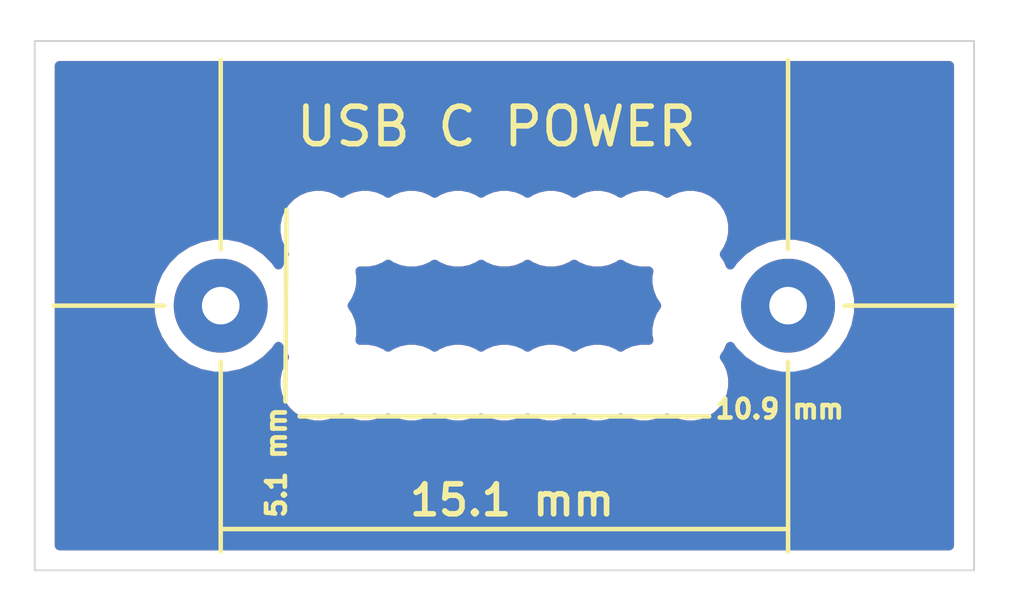
<source format=kicad_pcb>
(kicad_pcb (version 20171130) (host pcbnew 5.1.5+dfsg1-2build2)

  (general
    (thickness 1.6)
    (drawings 17)
    (tracks 0)
    (zones 0)
    (modules 24)
    (nets 1)
  )

  (page A4)
  (layers
    (0 F.Cu signal)
    (31 B.Cu signal)
    (32 B.Adhes user)
    (33 F.Adhes user)
    (34 B.Paste user)
    (35 F.Paste user)
    (36 B.SilkS user)
    (37 F.SilkS user)
    (38 B.Mask user)
    (39 F.Mask user)
    (40 Dwgs.User user)
    (41 Cmts.User user)
    (42 Eco1.User user)
    (43 Eco2.User user)
    (44 Edge.Cuts user)
    (45 Margin user)
    (46 B.CrtYd user)
    (47 F.CrtYd user)
    (48 B.Fab user)
    (49 F.Fab user)
  )

  (setup
    (last_trace_width 0.25)
    (trace_clearance 0.2)
    (zone_clearance 0.508)
    (zone_45_only no)
    (trace_min 0.2)
    (via_size 0.8)
    (via_drill 0.4)
    (via_min_size 0.4)
    (via_min_drill 0.3)
    (uvia_size 0.3)
    (uvia_drill 0.1)
    (uvias_allowed no)
    (uvia_min_size 0.2)
    (uvia_min_drill 0.1)
    (edge_width 0.05)
    (segment_width 0.2)
    (pcb_text_width 0.3)
    (pcb_text_size 1.5 1.5)
    (mod_edge_width 0.12)
    (mod_text_size 1 1)
    (mod_text_width 0.15)
    (pad_size 1.524 1.524)
    (pad_drill 0.762)
    (pad_to_mask_clearance 0.051)
    (solder_mask_min_width 0.25)
    (aux_axis_origin 0 0)
    (visible_elements FFFFFF7F)
    (pcbplotparams
      (layerselection 0x010f0_ffffffff)
      (usegerberextensions false)
      (usegerberattributes false)
      (usegerberadvancedattributes false)
      (creategerberjobfile false)
      (excludeedgelayer true)
      (linewidth 0.100000)
      (plotframeref false)
      (viasonmask false)
      (mode 1)
      (useauxorigin false)
      (hpglpennumber 1)
      (hpglpenspeed 20)
      (hpglpendiameter 15.000000)
      (psnegative false)
      (psa4output false)
      (plotreference true)
      (plotvalue true)
      (plotinvisibletext false)
      (padsonsilk false)
      (subtractmaskfromsilk false)
      (outputformat 1)
      (mirror false)
      (drillshape 0)
      (scaleselection 1)
      (outputdirectory "gerber/single/"))
  )

  (net 0 "")

  (net_class Default "This is the default net class."
    (clearance 0.2)
    (trace_width 0.25)
    (via_dia 0.8)
    (via_drill 0.4)
    (uvia_dia 0.3)
    (uvia_drill 0.1)
  )

  (module Connector_Wire:SolderWirePad_1x01_Drill1mm (layer F.Cu) (tedit 5AEE5EBE) (tstamp 62CFDCFD)
    (at 120.05 107.05)
    (descr "Wire solder connection")
    (tags connector)
    (attr virtual)
    (fp_text reference REF** (at 0 -3.81) (layer F.SilkS) hide
      (effects (font (size 1 1) (thickness 0.15)))
    )
    (fp_text value SolderWirePad_1x01_Drill1mm (at 0 3.175) (layer F.Fab) hide
      (effects (font (size 1 1) (thickness 0.15)))
    )
    (fp_text user %R (at 0 0) (layer F.Fab) hide
      (effects (font (size 1 1) (thickness 0.15)))
    )
    (fp_line (start -1.75 -1.75) (end 1.75 -1.75) (layer F.CrtYd) (width 0.05))
    (fp_line (start -1.75 -1.75) (end -1.75 1.75) (layer F.CrtYd) (width 0.05))
    (fp_line (start 1.75 1.75) (end 1.75 -1.75) (layer F.CrtYd) (width 0.05))
    (fp_line (start 1.75 1.75) (end -1.75 1.75) (layer F.CrtYd) (width 0.05))
    (pad 1 thru_hole circle (at 0 0) (size 2.49936 2.49936) (drill 1.00076) (layers *.Cu *.Mask))
  )

  (module Connector_Wire:SolderWirePad_1x01_Drill1mm (layer F.Cu) (tedit 5AEE5EBE) (tstamp 62CFDB45)
    (at 104.95 107.05)
    (descr "Wire solder connection")
    (tags connector)
    (attr virtual)
    (fp_text reference REF** (at 0 -3.81) (layer F.SilkS) hide
      (effects (font (size 1 1) (thickness 0.15)))
    )
    (fp_text value SolderWirePad_1x01_Drill1mm (at 0 3.175) (layer F.Fab) hide
      (effects (font (size 1 1) (thickness 0.15)))
    )
    (fp_line (start 1.75 1.75) (end -1.75 1.75) (layer F.CrtYd) (width 0.05))
    (fp_line (start 1.75 1.75) (end 1.75 -1.75) (layer F.CrtYd) (width 0.05))
    (fp_line (start -1.75 -1.75) (end -1.75 1.75) (layer F.CrtYd) (width 0.05))
    (fp_line (start -1.75 -1.75) (end 1.75 -1.75) (layer F.CrtYd) (width 0.05))
    (fp_text user %R (at 0 0) (layer F.Fab) hide
      (effects (font (size 1 1) (thickness 0.15)))
    )
    (pad 1 thru_hole circle (at 0 0) (size 2.49936 2.49936) (drill 1.00076) (layers *.Cu *.Mask))
  )

  (module MountingHoleSmall:MountingHole_1mm (layer F.Cu) (tedit 62CF6F17) (tstamp 62CFD200)
    (at 114.975 109.1)
    (descr "MountingHole_1mm, no annular")
    (tags "mountingHole_1mm no annular")
    (attr virtual)
    (fp_text reference REF** (at 0 -3.2) (layer F.SilkS) hide
      (effects (font (size 1 1) (thickness 0.15)))
    )
    (fp_text value MountingHole_1mm (at 0 3.2) (layer F.Fab) hide
      (effects (font (size 1 1) (thickness 0.15)))
    )
    (fp_circle (center 0 0) (end 1.25 0) (layer F.CrtYd) (width 0.05))
    (fp_circle (center 0 0) (end 1 0) (layer Cmts.User) (width 0.15))
    (fp_text user %R (at 0.3 0) (layer F.Fab) hide
      (effects (font (size 1 1) (thickness 0.15)))
    )
    (pad "" np_thru_hole circle (at 0 0) (size 1 1) (drill 1) (layers *.Cu *.Mask))
  )

  (module MountingHoleSmall:MountingHole_1mm (layer F.Cu) (tedit 62CF6F17) (tstamp 62CFD185)
    (at 110.025 109.1)
    (descr "MountingHole_1mm, no annular")
    (tags "mountingHole_1mm no annular")
    (attr virtual)
    (fp_text reference REF** (at 0 -3.2) (layer F.SilkS) hide
      (effects (font (size 1 1) (thickness 0.15)))
    )
    (fp_text value MountingHole_1mm (at 0 3.2) (layer F.Fab) hide
      (effects (font (size 1 1) (thickness 0.15)))
    )
    (fp_circle (center 0 0) (end 1.25 0) (layer F.CrtYd) (width 0.05))
    (fp_circle (center 0 0) (end 1 0) (layer Cmts.User) (width 0.15))
    (fp_text user %R (at 0.3 0) (layer F.Fab) hide
      (effects (font (size 1 1) (thickness 0.15)))
    )
    (pad "" np_thru_hole circle (at 0 0) (size 1 1) (drill 1) (layers *.Cu *.Mask))
  )

  (module MountingHoleSmall:MountingHole_1mm (layer F.Cu) (tedit 62CF6F17) (tstamp 62CFD0EE)
    (at 111.2625 109.1)
    (descr "MountingHole_1mm, no annular")
    (tags "mountingHole_1mm no annular")
    (attr virtual)
    (fp_text reference REF** (at 0 -3.2) (layer F.SilkS) hide
      (effects (font (size 1 1) (thickness 0.15)))
    )
    (fp_text value MountingHole_1mm (at 0 3.2) (layer F.Fab) hide
      (effects (font (size 1 1) (thickness 0.15)))
    )
    (fp_text user %R (at 0.3 0) (layer F.Fab) hide
      (effects (font (size 1 1) (thickness 0.15)))
    )
    (fp_circle (center 0 0) (end 1 0) (layer Cmts.User) (width 0.15))
    (fp_circle (center 0 0) (end 1.25 0) (layer F.CrtYd) (width 0.05))
    (pad "" np_thru_hole circle (at 0 0) (size 1 1) (drill 1) (layers *.Cu *.Mask))
  )

  (module MountingHoleSmall:MountingHole_1mm (layer F.Cu) (tedit 62CF6F17) (tstamp 62CFD083)
    (at 113.7375 109.1)
    (descr "MountingHole_1mm, no annular")
    (tags "mountingHole_1mm no annular")
    (attr virtual)
    (fp_text reference REF** (at 0 -3.2) (layer F.SilkS) hide
      (effects (font (size 1 1) (thickness 0.15)))
    )
    (fp_text value MountingHole_1mm (at 0 3.2) (layer F.Fab) hide
      (effects (font (size 1 1) (thickness 0.15)))
    )
    (fp_text user %R (at 0.3 0) (layer F.Fab) hide
      (effects (font (size 1 1) (thickness 0.15)))
    )
    (fp_circle (center 0 0) (end 1 0) (layer Cmts.User) (width 0.15))
    (fp_circle (center 0 0) (end 1.25 0) (layer F.CrtYd) (width 0.05))
    (pad "" np_thru_hole circle (at 0 0) (size 1 1) (drill 1) (layers *.Cu *.Mask))
  )

  (module MountingHoleSmall:MountingHole_1mm (layer F.Cu) (tedit 62CF6F17) (tstamp 62CFCFEF)
    (at 116.2125 109.1)
    (descr "MountingHole_1mm, no annular")
    (tags "mountingHole_1mm no annular")
    (attr virtual)
    (fp_text reference REF** (at 0 -3.2) (layer F.SilkS) hide
      (effects (font (size 1 1) (thickness 0.15)))
    )
    (fp_text value MountingHole_1mm (at 0 3.2) (layer F.Fab) hide
      (effects (font (size 1 1) (thickness 0.15)))
    )
    (fp_text user %R (at 0.3 0) (layer F.Fab) hide
      (effects (font (size 1 1) (thickness 0.15)))
    )
    (fp_circle (center 0 0) (end 1 0) (layer Cmts.User) (width 0.15))
    (fp_circle (center 0 0) (end 1.25 0) (layer F.CrtYd) (width 0.05))
    (pad "" np_thru_hole circle (at 0 0) (size 1 1) (drill 1) (layers *.Cu *.Mask))
  )

  (module MountingHoleSmall:MountingHole_1mm (layer F.Cu) (tedit 62CF6F17) (tstamp 62CFCE84)
    (at 108.7875 109.1)
    (descr "MountingHole_1mm, no annular")
    (tags "mountingHole_1mm no annular")
    (attr virtual)
    (fp_text reference REF** (at 0 -3.2) (layer F.SilkS) hide
      (effects (font (size 1 1) (thickness 0.15)))
    )
    (fp_text value MountingHole_1mm (at 0 3.2) (layer F.Fab) hide
      (effects (font (size 1 1) (thickness 0.15)))
    )
    (fp_text user %R (at 0.3 0) (layer F.Fab) hide
      (effects (font (size 1 1) (thickness 0.15)))
    )
    (fp_circle (center 0 0) (end 1 0) (layer Cmts.User) (width 0.15))
    (fp_circle (center 0 0) (end 1.25 0) (layer F.CrtYd) (width 0.05))
    (pad "" np_thru_hole circle (at 0 0) (size 1 1) (drill 1) (layers *.Cu *.Mask))
  )

  (module MountingHoleSmall:MountingHole_1mm (layer F.Cu) (tedit 62CF6F17) (tstamp 62CFCDF4)
    (at 108.7875 105)
    (descr "MountingHole_1mm, no annular")
    (tags "mountingHole_1mm no annular")
    (attr virtual)
    (fp_text reference REF** (at 0 -3.2) (layer F.SilkS) hide
      (effects (font (size 1 1) (thickness 0.15)))
    )
    (fp_text value MountingHole_1mm (at 0 3.2) (layer F.Fab) hide
      (effects (font (size 1 1) (thickness 0.15)))
    )
    (fp_circle (center 0 0) (end 1.25 0) (layer F.CrtYd) (width 0.05))
    (fp_circle (center 0 0) (end 1 0) (layer Cmts.User) (width 0.15))
    (fp_text user %R (at 0.3 0) (layer F.Fab) hide
      (effects (font (size 1 1) (thickness 0.15)))
    )
    (pad "" np_thru_hole circle (at 0 0) (size 1 1) (drill 1) (layers *.Cu *.Mask))
  )

  (module MountingHoleSmall:MountingHole_1mm (layer F.Cu) (tedit 62CF6F17) (tstamp 62CFCD3A)
    (at 116.2125 105)
    (descr "MountingHole_1mm, no annular")
    (tags "mountingHole_1mm no annular")
    (attr virtual)
    (fp_text reference REF** (at 0 -3.2) (layer F.SilkS) hide
      (effects (font (size 1 1) (thickness 0.15)))
    )
    (fp_text value MountingHole_1mm (at 0 3.2) (layer F.Fab) hide
      (effects (font (size 1 1) (thickness 0.15)))
    )
    (fp_text user %R (at 0.3 0) (layer F.Fab) hide
      (effects (font (size 1 1) (thickness 0.15)))
    )
    (fp_circle (center 0 0) (end 1 0) (layer Cmts.User) (width 0.15))
    (fp_circle (center 0 0) (end 1.25 0) (layer F.CrtYd) (width 0.05))
    (pad "" np_thru_hole circle (at 0 0) (size 1 1) (drill 1) (layers *.Cu *.Mask))
  )

  (module MountingHoleSmall:MountingHole_1mm (layer F.Cu) (tedit 62CF6F17) (tstamp 62CFCCCE)
    (at 113.7375 105)
    (descr "MountingHole_1mm, no annular")
    (tags "mountingHole_1mm no annular")
    (attr virtual)
    (fp_text reference REF** (at 0 -3.2) (layer F.SilkS) hide
      (effects (font (size 1 1) (thickness 0.15)))
    )
    (fp_text value MountingHole_1mm (at 0 3.2) (layer F.Fab) hide
      (effects (font (size 1 1) (thickness 0.15)))
    )
    (fp_circle (center 0 0) (end 1.25 0) (layer F.CrtYd) (width 0.05))
    (fp_circle (center 0 0) (end 1 0) (layer Cmts.User) (width 0.15))
    (fp_text user %R (at 0.3 0) (layer F.Fab) hide
      (effects (font (size 1 1) (thickness 0.15)))
    )
    (pad "" np_thru_hole circle (at 0 0) (size 1 1) (drill 1) (layers *.Cu *.Mask))
  )

  (module MountingHoleSmall:MountingHole_1mm (layer F.Cu) (tedit 62CF6F17) (tstamp 62CFCB03)
    (at 111.2625 105)
    (descr "MountingHole_1mm, no annular")
    (tags "mountingHole_1mm no annular")
    (attr virtual)
    (fp_text reference REF** (at 0 -3.2) (layer F.SilkS) hide
      (effects (font (size 1 1) (thickness 0.15)))
    )
    (fp_text value MountingHole_1mm (at 0 3.2) (layer F.Fab) hide
      (effects (font (size 1 1) (thickness 0.15)))
    )
    (fp_text user %R (at 0.3 0) (layer F.Fab) hide
      (effects (font (size 1 1) (thickness 0.15)))
    )
    (fp_circle (center 0 0) (end 1 0) (layer Cmts.User) (width 0.15))
    (fp_circle (center 0 0) (end 1.25 0) (layer F.CrtYd) (width 0.05))
    (pad "" np_thru_hole circle (at 0 0) (size 1 1) (drill 1) (layers *.Cu *.Mask))
  )

  (module MountingHoleSmall:MountingHole_1mm (layer F.Cu) (tedit 62CF6F17) (tstamp 62CFCA97)
    (at 110.025 105)
    (descr "MountingHole_1mm, no annular")
    (tags "mountingHole_1mm no annular")
    (attr virtual)
    (fp_text reference REF** (at 0 -3.2) (layer F.SilkS) hide
      (effects (font (size 1 1) (thickness 0.15)))
    )
    (fp_text value MountingHole_1mm (at 0 3.2) (layer F.Fab) hide
      (effects (font (size 1 1) (thickness 0.15)))
    )
    (fp_circle (center 0 0) (end 1.25 0) (layer F.CrtYd) (width 0.05))
    (fp_circle (center 0 0) (end 1 0) (layer Cmts.User) (width 0.15))
    (fp_text user %R (at 0.3 0) (layer F.Fab) hide
      (effects (font (size 1 1) (thickness 0.15)))
    )
    (pad "" np_thru_hole circle (at 0 0) (size 1 1) (drill 1) (layers *.Cu *.Mask))
  )

  (module MountingHoleSmall:MountingHole_1mm (layer F.Cu) (tedit 62CF6F17) (tstamp 62CFCA09)
    (at 114.975 105)
    (descr "MountingHole_1mm, no annular")
    (tags "mountingHole_1mm no annular")
    (attr virtual)
    (fp_text reference REF** (at 0 -3.2) (layer F.SilkS) hide
      (effects (font (size 1 1) (thickness 0.15)))
    )
    (fp_text value MountingHole_1mm (at 0 3.2) (layer F.Fab) hide
      (effects (font (size 1 1) (thickness 0.15)))
    )
    (fp_circle (center 0 0) (end 1.25 0) (layer F.CrtYd) (width 0.05))
    (fp_circle (center 0 0) (end 1 0) (layer Cmts.User) (width 0.15))
    (fp_text user %R (at 0.3 0) (layer F.Fab) hide
      (effects (font (size 1 1) (thickness 0.15)))
    )
    (pad "" np_thru_hole circle (at 0 0) (size 1 1) (drill 1) (layers *.Cu *.Mask))
  )

  (module MountingHoleSmall:MountingHole_1mm (layer F.Cu) (tedit 62CF6F17) (tstamp 62CFC981)
    (at 112.5 109.1)
    (descr "MountingHole_1mm, no annular")
    (tags "mountingHole_1mm no annular")
    (attr virtual)
    (fp_text reference REF** (at 0 -3.2) (layer F.SilkS) hide
      (effects (font (size 1 1) (thickness 0.15)))
    )
    (fp_text value MountingHole_1mm (at 0 3.2) (layer F.Fab) hide
      (effects (font (size 1 1) (thickness 0.15)))
    )
    (fp_circle (center 0 0) (end 1.25 0) (layer F.CrtYd) (width 0.05))
    (fp_circle (center 0 0) (end 1 0) (layer Cmts.User) (width 0.15))
    (fp_text user %R (at 0.3 0) (layer F.Fab) hide
      (effects (font (size 1 1) (thickness 0.15)))
    )
    (pad "" np_thru_hole circle (at 0 0) (size 1 1) (drill 1) (layers *.Cu *.Mask))
  )

  (module MountingHoleSmall:MountingHole_1mm (layer F.Cu) (tedit 62CF6F17) (tstamp 62CFC8E8)
    (at 112.5 105)
    (descr "MountingHole_1mm, no annular")
    (tags "mountingHole_1mm no annular")
    (attr virtual)
    (fp_text reference REF** (at 0 -3.2) (layer F.SilkS) hide
      (effects (font (size 1 1) (thickness 0.15)))
    )
    (fp_text value MountingHole_1mm (at 0 3.2) (layer F.Fab) hide
      (effects (font (size 1 1) (thickness 0.15)))
    )
    (fp_text user %R (at 0.3 0) (layer F.Fab) hide
      (effects (font (size 1 1) (thickness 0.15)))
    )
    (fp_circle (center 0 0) (end 1 0) (layer Cmts.User) (width 0.15))
    (fp_circle (center 0 0) (end 1.25 0) (layer F.CrtYd) (width 0.05))
    (pad "" np_thru_hole circle (at 0 0) (size 1 1) (drill 1) (layers *.Cu *.Mask))
  )

  (module MountingHoleSmall:MountingHole_1mm (layer F.Cu) (tedit 62CF6F17) (tstamp 62CFC869)
    (at 117.45 107.74)
    (descr "MountingHole_1mm, no annular")
    (tags "mountingHole_1mm no annular")
    (attr virtual)
    (fp_text reference REF** (at 0 -3.2) (layer F.SilkS) hide
      (effects (font (size 1 1) (thickness 0.15)))
    )
    (fp_text value MountingHole_1mm (at 0 3.2) (layer F.Fab) hide
      (effects (font (size 1 1) (thickness 0.15)))
    )
    (fp_circle (center 0 0) (end 1.25 0) (layer F.CrtYd) (width 0.05))
    (fp_circle (center 0 0) (end 1 0) (layer Cmts.User) (width 0.15))
    (fp_text user %R (at 0.3 0) (layer F.Fab) hide
      (effects (font (size 1 1) (thickness 0.15)))
    )
    (pad "" np_thru_hole circle (at 0 0) (size 1 1) (drill 1) (layers *.Cu *.Mask))
  )

  (module MountingHoleSmall:MountingHole_1mm (layer F.Cu) (tedit 62CF6F17) (tstamp 62CFC7CF)
    (at 107.55 107.74)
    (descr "MountingHole_1mm, no annular")
    (tags "mountingHole_1mm no annular")
    (attr virtual)
    (fp_text reference REF** (at 0 -3.2) (layer F.SilkS) hide
      (effects (font (size 1 1) (thickness 0.15)))
    )
    (fp_text value MountingHole_1mm (at 0 3.2) (layer F.Fab) hide
      (effects (font (size 1 1) (thickness 0.15)))
    )
    (fp_text user %R (at 0.3 0) (layer F.Fab) hide
      (effects (font (size 1 1) (thickness 0.15)))
    )
    (fp_circle (center 0 0) (end 1 0) (layer Cmts.User) (width 0.15))
    (fp_circle (center 0 0) (end 1.25 0) (layer F.CrtYd) (width 0.05))
    (pad "" np_thru_hole circle (at 0 0) (size 1 1) (drill 1) (layers *.Cu *.Mask))
  )

  (module MountingHoleSmall:MountingHole_1mm (layer F.Cu) (tedit 62CF6F17) (tstamp 62CFC754)
    (at 117.45 106.36)
    (descr "MountingHole_1mm, no annular")
    (tags "mountingHole_1mm no annular")
    (attr virtual)
    (fp_text reference REF** (at 0 -3.2) (layer F.SilkS) hide
      (effects (font (size 1 1) (thickness 0.15)))
    )
    (fp_text value MountingHole_1mm (at 0 3.2) (layer F.Fab) hide
      (effects (font (size 1 1) (thickness 0.15)))
    )
    (fp_text user %R (at 0.3 0) (layer F.Fab) hide
      (effects (font (size 1 1) (thickness 0.15)))
    )
    (fp_circle (center 0 0) (end 1 0) (layer Cmts.User) (width 0.15))
    (fp_circle (center 0 0) (end 1.25 0) (layer F.CrtYd) (width 0.05))
    (pad "" np_thru_hole circle (at 0 0) (size 1 1) (drill 1) (layers *.Cu *.Mask))
  )

  (module MountingHoleSmall:MountingHole_1mm (layer F.Cu) (tedit 62CF6F17) (tstamp 62CFC6DB)
    (at 107.55 106.36)
    (descr "MountingHole_1mm, no annular")
    (tags "mountingHole_1mm no annular")
    (attr virtual)
    (fp_text reference REF** (at 0 -3.2) (layer F.SilkS) hide
      (effects (font (size 1 1) (thickness 0.15)))
    )
    (fp_text value MountingHole_1mm (at 0 3.2) (layer F.Fab) hide
      (effects (font (size 1 1) (thickness 0.15)))
    )
    (fp_circle (center 0 0) (end 1.25 0) (layer F.CrtYd) (width 0.05))
    (fp_circle (center 0 0) (end 1 0) (layer Cmts.User) (width 0.15))
    (fp_text user %R (at 0.3 0) (layer F.Fab) hide
      (effects (font (size 1 1) (thickness 0.15)))
    )
    (pad "" np_thru_hole circle (at 0 0) (size 1 1) (drill 1) (layers *.Cu *.Mask))
  )

  (module MountingHoleSmall:MountingHole_1mm (layer F.Cu) (tedit 62CF6F17) (tstamp 62CFC580)
    (at 117.45 109.1)
    (descr "MountingHole_1mm, no annular")
    (tags "mountingHole_1mm no annular")
    (attr virtual)
    (fp_text reference REF** (at 0 -3.2) (layer F.SilkS) hide
      (effects (font (size 1 1) (thickness 0.15)))
    )
    (fp_text value MountingHole_1mm (at 0 3.2) (layer F.Fab) hide
      (effects (font (size 1 1) (thickness 0.15)))
    )
    (fp_text user %R (at 0.3 0) (layer F.Fab) hide
      (effects (font (size 1 1) (thickness 0.15)))
    )
    (fp_circle (center 0 0) (end 1 0) (layer Cmts.User) (width 0.15))
    (fp_circle (center 0 0) (end 1.25 0) (layer F.CrtYd) (width 0.05))
    (pad "" np_thru_hole circle (at 0 0) (size 1 1) (drill 1) (layers *.Cu *.Mask))
  )

  (module MountingHoleSmall:MountingHole_1mm (layer F.Cu) (tedit 62CF6F17) (tstamp 62CFC50D)
    (at 117.45 105)
    (descr "MountingHole_1mm, no annular")
    (tags "mountingHole_1mm no annular")
    (attr virtual)
    (fp_text reference REF** (at 0 -3.2) (layer F.SilkS) hide
      (effects (font (size 1 1) (thickness 0.15)))
    )
    (fp_text value MountingHole_1mm (at 0 3.2) (layer F.Fab) hide
      (effects (font (size 1 1) (thickness 0.15)))
    )
    (fp_circle (center 0 0) (end 1.25 0) (layer F.CrtYd) (width 0.05))
    (fp_circle (center 0 0) (end 1 0) (layer Cmts.User) (width 0.15))
    (fp_text user %R (at 0.3 0) (layer F.Fab) hide
      (effects (font (size 1 1) (thickness 0.15)))
    )
    (pad "" np_thru_hole circle (at 0 0) (size 1 1) (drill 1) (layers *.Cu *.Mask))
  )

  (module MountingHoleSmall:MountingHole_1mm (layer F.Cu) (tedit 62CF6F17) (tstamp 62CFC48F)
    (at 107.55 109.1)
    (descr "MountingHole_1mm, no annular")
    (tags "mountingHole_1mm no annular")
    (attr virtual)
    (fp_text reference REF** (at 0 -3.2) (layer F.SilkS) hide
      (effects (font (size 1 1) (thickness 0.15)))
    )
    (fp_text value MountingHole_1mm (at 0 3.2) (layer F.Fab) hide
      (effects (font (size 1 1) (thickness 0.15)))
    )
    (fp_circle (center 0 0) (end 1.25 0) (layer F.CrtYd) (width 0.05))
    (fp_circle (center 0 0) (end 1 0) (layer Cmts.User) (width 0.15))
    (fp_text user %R (at 0.3 0) (layer F.Fab) hide
      (effects (font (size 1 1) (thickness 0.15)))
    )
    (pad "" np_thru_hole circle (at 0 0) (size 1 1) (drill 1) (layers *.Cu *.Mask))
  )

  (module MountingHoleSmall:MountingHole_1mm (layer F.Cu) (tedit 62CF6F17) (tstamp 62CFC3A4)
    (at 107.55 105)
    (descr "MountingHole_1mm, no annular")
    (tags "mountingHole_1mm no annular")
    (attr virtual)
    (fp_text reference REF** (at 0 -3.2) (layer F.SilkS) hide
      (effects (font (size 1 1) (thickness 0.15)))
    )
    (fp_text value MountingHole_1mm (at 0 3.2) (layer F.Fab) hide
      (effects (font (size 1 1) (thickness 0.15)))
    )
    (fp_text user %R (at 0.3 0) (layer F.Fab) hide
      (effects (font (size 1 1) (thickness 0.15)))
    )
    (fp_circle (center 0 0) (end 1 0) (layer Cmts.User) (width 0.15))
    (fp_circle (center 0 0) (end 1.25 0) (layer F.CrtYd) (width 0.05))
    (pad "" np_thru_hole circle (at 0 0) (size 1 1) (drill 1) (layers *.Cu *.Mask))
  )

  (gr_line (start 104.95 113) (end 120.05 113) (layer F.SilkS) (width 0.12))
  (gr_text "10.9 mm" (at 119.82704 109.8042) (layer F.SilkS) (tstamp 62CFE29F)
    (effects (font (size 0.5 0.5) (thickness 0.125)))
  )
  (gr_line (start 107.05 110) (end 117.95 110) (layer F.SilkS) (width 0.12))
  (gr_line (start 106.7 104.5) (end 106.67 109.6) (layer F.SilkS) (width 0.12))
  (gr_text "5.1 mm" (at 106.43108 111.2266 90) (layer F.SilkS) (tstamp 62CFDF92)
    (effects (font (size 0.5 0.5) (thickness 0.125)))
  )
  (gr_text "15.1 mm" (at 112.70488 112.23244) (layer F.SilkS) (tstamp 62CFDDEE)
    (effects (font (size 0.8 0.8) (thickness 0.15)))
  )
  (gr_text "USB C POWER" (at 112.28832 102.28072) (layer F.SilkS)
    (effects (font (size 1 1) (thickness 0.15)))
  )
  (gr_line (start 120.05 108.55) (end 120.05 113.6) (layer F.SilkS) (width 0.12))
  (gr_line (start 120.05 100.5) (end 120.05 105.55) (layer F.SilkS) (width 0.12))
  (gr_line (start 104.95 108.55) (end 104.95 113.6) (layer F.SilkS) (width 0.12))
  (gr_line (start 104.95 100.5) (end 104.95 105.55) (layer F.SilkS) (width 0.12))
  (gr_line (start 121.55 107.05) (end 124.5 107.05) (layer F.SilkS) (width 0.12))
  (gr_line (start 100.5 107.05) (end 103.45 107.05) (layer F.SilkS) (width 0.12))
  (gr_line (start 125 100) (end 125 114.1) (layer Edge.Cuts) (width 0.05))
  (gr_line (start 100 100) (end 100 114.1) (layer Edge.Cuts) (width 0.05))
  (gr_line (start 100 114.1) (end 125 114.1) (layer Edge.Cuts) (width 0.05))
  (gr_line (start 100 100) (end 125 100) (layer Edge.Cuts) (width 0.05))

  (zone (net 0) (net_name "") (layer F.Cu) (tstamp 62CF985D) (hatch edge 0.508)
    (connect_pads (clearance 0.508))
    (min_thickness 0.254)
    (fill yes (arc_segments 32) (thermal_gap 0.508) (thermal_bridge_width 0.508))
    (polygon
      (pts
        (xy 125.68936 99.4664) (xy 125.49124 114.46256) (xy 99.42576 114.39144) (xy 99.35972 99.32924)
      )
    )
    (filled_polygon
      (pts
        (xy 124.340001 113.44) (xy 100.66 113.44) (xy 100.66 106.864375) (xy 103.06532 106.864375) (xy 103.06532 107.235625)
        (xy 103.137747 107.599741) (xy 103.279818 107.942731) (xy 103.486074 108.251413) (xy 103.748587 108.513926) (xy 104.057269 108.720182)
        (xy 104.400259 108.862253) (xy 104.764375 108.93468) (xy 105.135625 108.93468) (xy 105.499741 108.862253) (xy 105.842731 108.720182)
        (xy 106.151413 108.513926) (xy 106.413926 108.251413) (xy 106.487629 108.141109) (xy 106.544176 108.277624) (xy 106.639309 108.42)
        (xy 106.544176 108.562376) (xy 106.458617 108.768933) (xy 106.415 108.988212) (xy 106.415 109.211788) (xy 106.458617 109.431067)
        (xy 106.544176 109.637624) (xy 106.668388 109.82352) (xy 106.82648 109.981612) (xy 107.012376 110.105824) (xy 107.218933 110.191383)
        (xy 107.438212 110.235) (xy 107.661788 110.235) (xy 107.881067 110.191383) (xy 108.087624 110.105824) (xy 108.16875 110.051617)
        (xy 108.249876 110.105824) (xy 108.456433 110.191383) (xy 108.675712 110.235) (xy 108.899288 110.235) (xy 109.118567 110.191383)
        (xy 109.325124 110.105824) (xy 109.40625 110.051617) (xy 109.487376 110.105824) (xy 109.693933 110.191383) (xy 109.913212 110.235)
        (xy 110.136788 110.235) (xy 110.356067 110.191383) (xy 110.562624 110.105824) (xy 110.64375 110.051617) (xy 110.724876 110.105824)
        (xy 110.931433 110.191383) (xy 111.150712 110.235) (xy 111.374288 110.235) (xy 111.593567 110.191383) (xy 111.800124 110.105824)
        (xy 111.88125 110.051617) (xy 111.962376 110.105824) (xy 112.168933 110.191383) (xy 112.388212 110.235) (xy 112.611788 110.235)
        (xy 112.831067 110.191383) (xy 113.037624 110.105824) (xy 113.11875 110.051617) (xy 113.199876 110.105824) (xy 113.406433 110.191383)
        (xy 113.625712 110.235) (xy 113.849288 110.235) (xy 114.068567 110.191383) (xy 114.275124 110.105824) (xy 114.35625 110.051617)
        (xy 114.437376 110.105824) (xy 114.643933 110.191383) (xy 114.863212 110.235) (xy 115.086788 110.235) (xy 115.306067 110.191383)
        (xy 115.512624 110.105824) (xy 115.59375 110.051617) (xy 115.674876 110.105824) (xy 115.881433 110.191383) (xy 116.100712 110.235)
        (xy 116.324288 110.235) (xy 116.543567 110.191383) (xy 116.750124 110.105824) (xy 116.83125 110.051617) (xy 116.912376 110.105824)
        (xy 117.118933 110.191383) (xy 117.338212 110.235) (xy 117.561788 110.235) (xy 117.781067 110.191383) (xy 117.987624 110.105824)
        (xy 118.17352 109.981612) (xy 118.331612 109.82352) (xy 118.455824 109.637624) (xy 118.541383 109.431067) (xy 118.585 109.211788)
        (xy 118.585 108.988212) (xy 118.541383 108.768933) (xy 118.455824 108.562376) (xy 118.360691 108.42) (xy 118.455824 108.277624)
        (xy 118.512371 108.141109) (xy 118.586074 108.251413) (xy 118.848587 108.513926) (xy 119.157269 108.720182) (xy 119.500259 108.862253)
        (xy 119.864375 108.93468) (xy 120.235625 108.93468) (xy 120.599741 108.862253) (xy 120.942731 108.720182) (xy 121.251413 108.513926)
        (xy 121.513926 108.251413) (xy 121.720182 107.942731) (xy 121.862253 107.599741) (xy 121.93468 107.235625) (xy 121.93468 106.864375)
        (xy 121.862253 106.500259) (xy 121.720182 106.157269) (xy 121.513926 105.848587) (xy 121.251413 105.586074) (xy 120.942731 105.379818)
        (xy 120.599741 105.237747) (xy 120.235625 105.16532) (xy 119.864375 105.16532) (xy 119.500259 105.237747) (xy 119.157269 105.379818)
        (xy 118.848587 105.586074) (xy 118.586074 105.848587) (xy 118.512371 105.958891) (xy 118.455824 105.822376) (xy 118.360691 105.68)
        (xy 118.455824 105.537624) (xy 118.541383 105.331067) (xy 118.585 105.111788) (xy 118.585 104.888212) (xy 118.541383 104.668933)
        (xy 118.455824 104.462376) (xy 118.331612 104.27648) (xy 118.17352 104.118388) (xy 117.987624 103.994176) (xy 117.781067 103.908617)
        (xy 117.561788 103.865) (xy 117.338212 103.865) (xy 117.118933 103.908617) (xy 116.912376 103.994176) (xy 116.83125 104.048383)
        (xy 116.750124 103.994176) (xy 116.543567 103.908617) (xy 116.324288 103.865) (xy 116.100712 103.865) (xy 115.881433 103.908617)
        (xy 115.674876 103.994176) (xy 115.59375 104.048383) (xy 115.512624 103.994176) (xy 115.306067 103.908617) (xy 115.086788 103.865)
        (xy 114.863212 103.865) (xy 114.643933 103.908617) (xy 114.437376 103.994176) (xy 114.35625 104.048383) (xy 114.275124 103.994176)
        (xy 114.068567 103.908617) (xy 113.849288 103.865) (xy 113.625712 103.865) (xy 113.406433 103.908617) (xy 113.199876 103.994176)
        (xy 113.11875 104.048383) (xy 113.037624 103.994176) (xy 112.831067 103.908617) (xy 112.611788 103.865) (xy 112.388212 103.865)
        (xy 112.168933 103.908617) (xy 111.962376 103.994176) (xy 111.88125 104.048383) (xy 111.800124 103.994176) (xy 111.593567 103.908617)
        (xy 111.374288 103.865) (xy 111.150712 103.865) (xy 110.931433 103.908617) (xy 110.724876 103.994176) (xy 110.64375 104.048383)
        (xy 110.562624 103.994176) (xy 110.356067 103.908617) (xy 110.136788 103.865) (xy 109.913212 103.865) (xy 109.693933 103.908617)
        (xy 109.487376 103.994176) (xy 109.40625 104.048383) (xy 109.325124 103.994176) (xy 109.118567 103.908617) (xy 108.899288 103.865)
        (xy 108.675712 103.865) (xy 108.456433 103.908617) (xy 108.249876 103.994176) (xy 108.16875 104.048383) (xy 108.087624 103.994176)
        (xy 107.881067 103.908617) (xy 107.661788 103.865) (xy 107.438212 103.865) (xy 107.218933 103.908617) (xy 107.012376 103.994176)
        (xy 106.82648 104.118388) (xy 106.668388 104.27648) (xy 106.544176 104.462376) (xy 106.458617 104.668933) (xy 106.415 104.888212)
        (xy 106.415 105.111788) (xy 106.458617 105.331067) (xy 106.544176 105.537624) (xy 106.639309 105.68) (xy 106.544176 105.822376)
        (xy 106.487629 105.958891) (xy 106.413926 105.848587) (xy 106.151413 105.586074) (xy 105.842731 105.379818) (xy 105.499741 105.237747)
        (xy 105.135625 105.16532) (xy 104.764375 105.16532) (xy 104.400259 105.237747) (xy 104.057269 105.379818) (xy 103.748587 105.586074)
        (xy 103.486074 105.848587) (xy 103.279818 106.157269) (xy 103.137747 106.500259) (xy 103.06532 106.864375) (xy 100.66 106.864375)
        (xy 100.66 100.66) (xy 124.34 100.66)
      )
    )
    (filled_polygon
      (pts
        (xy 115.674876 106.005824) (xy 115.881433 106.091383) (xy 116.100712 106.135) (xy 116.324288 106.135) (xy 116.338064 106.13226)
        (xy 116.315 106.248212) (xy 116.315 106.471788) (xy 116.358617 106.691067) (xy 116.444176 106.897624) (xy 116.545991 107.05)
        (xy 116.444176 107.202376) (xy 116.358617 107.408933) (xy 116.315 107.628212) (xy 116.315 107.851788) (xy 116.338064 107.96774)
        (xy 116.324288 107.965) (xy 116.100712 107.965) (xy 115.881433 108.008617) (xy 115.674876 108.094176) (xy 115.59375 108.148383)
        (xy 115.512624 108.094176) (xy 115.306067 108.008617) (xy 115.086788 107.965) (xy 114.863212 107.965) (xy 114.643933 108.008617)
        (xy 114.437376 108.094176) (xy 114.35625 108.148383) (xy 114.275124 108.094176) (xy 114.068567 108.008617) (xy 113.849288 107.965)
        (xy 113.625712 107.965) (xy 113.406433 108.008617) (xy 113.199876 108.094176) (xy 113.11875 108.148383) (xy 113.037624 108.094176)
        (xy 112.831067 108.008617) (xy 112.611788 107.965) (xy 112.388212 107.965) (xy 112.168933 108.008617) (xy 111.962376 108.094176)
        (xy 111.88125 108.148383) (xy 111.800124 108.094176) (xy 111.593567 108.008617) (xy 111.374288 107.965) (xy 111.150712 107.965)
        (xy 110.931433 108.008617) (xy 110.724876 108.094176) (xy 110.64375 108.148383) (xy 110.562624 108.094176) (xy 110.356067 108.008617)
        (xy 110.136788 107.965) (xy 109.913212 107.965) (xy 109.693933 108.008617) (xy 109.487376 108.094176) (xy 109.40625 108.148383)
        (xy 109.325124 108.094176) (xy 109.118567 108.008617) (xy 108.899288 107.965) (xy 108.675712 107.965) (xy 108.661936 107.96774)
        (xy 108.685 107.851788) (xy 108.685 107.628212) (xy 108.641383 107.408933) (xy 108.555824 107.202376) (xy 108.454009 107.05)
        (xy 108.555824 106.897624) (xy 108.641383 106.691067) (xy 108.685 106.471788) (xy 108.685 106.248212) (xy 108.661936 106.13226)
        (xy 108.675712 106.135) (xy 108.899288 106.135) (xy 109.118567 106.091383) (xy 109.325124 106.005824) (xy 109.40625 105.951617)
        (xy 109.487376 106.005824) (xy 109.693933 106.091383) (xy 109.913212 106.135) (xy 110.136788 106.135) (xy 110.356067 106.091383)
        (xy 110.562624 106.005824) (xy 110.64375 105.951617) (xy 110.724876 106.005824) (xy 110.931433 106.091383) (xy 111.150712 106.135)
        (xy 111.374288 106.135) (xy 111.593567 106.091383) (xy 111.800124 106.005824) (xy 111.88125 105.951617) (xy 111.962376 106.005824)
        (xy 112.168933 106.091383) (xy 112.388212 106.135) (xy 112.611788 106.135) (xy 112.831067 106.091383) (xy 113.037624 106.005824)
        (xy 113.11875 105.951617) (xy 113.199876 106.005824) (xy 113.406433 106.091383) (xy 113.625712 106.135) (xy 113.849288 106.135)
        (xy 114.068567 106.091383) (xy 114.275124 106.005824) (xy 114.35625 105.951617) (xy 114.437376 106.005824) (xy 114.643933 106.091383)
        (xy 114.863212 106.135) (xy 115.086788 106.135) (xy 115.306067 106.091383) (xy 115.512624 106.005824) (xy 115.59375 105.951617)
      )
    )
  )
  (zone (net 0) (net_name "") (layer B.Cu) (tstamp 62CF985A) (hatch edge 0.508)
    (connect_pads (clearance 0.508))
    (min_thickness 0.254)
    (fill yes (arc_segments 32) (thermal_gap 0.508) (thermal_bridge_width 0.508))
    (polygon
      (pts
        (xy 125.87224 114.64036) (xy 99.07524 114.64036) (xy 99.09048 99.06508) (xy 126.34976 98.9076)
      )
    )
    (filled_polygon
      (pts
        (xy 124.340001 113.44) (xy 100.66 113.44) (xy 100.66 106.864375) (xy 103.06532 106.864375) (xy 103.06532 107.235625)
        (xy 103.137747 107.599741) (xy 103.279818 107.942731) (xy 103.486074 108.251413) (xy 103.748587 108.513926) (xy 104.057269 108.720182)
        (xy 104.400259 108.862253) (xy 104.764375 108.93468) (xy 105.135625 108.93468) (xy 105.499741 108.862253) (xy 105.842731 108.720182)
        (xy 106.151413 108.513926) (xy 106.413926 108.251413) (xy 106.487629 108.141109) (xy 106.544176 108.277624) (xy 106.639309 108.42)
        (xy 106.544176 108.562376) (xy 106.458617 108.768933) (xy 106.415 108.988212) (xy 106.415 109.211788) (xy 106.458617 109.431067)
        (xy 106.544176 109.637624) (xy 106.668388 109.82352) (xy 106.82648 109.981612) (xy 107.012376 110.105824) (xy 107.218933 110.191383)
        (xy 107.438212 110.235) (xy 107.661788 110.235) (xy 107.881067 110.191383) (xy 108.087624 110.105824) (xy 108.16875 110.051617)
        (xy 108.249876 110.105824) (xy 108.456433 110.191383) (xy 108.675712 110.235) (xy 108.899288 110.235) (xy 109.118567 110.191383)
        (xy 109.325124 110.105824) (xy 109.40625 110.051617) (xy 109.487376 110.105824) (xy 109.693933 110.191383) (xy 109.913212 110.235)
        (xy 110.136788 110.235) (xy 110.356067 110.191383) (xy 110.562624 110.105824) (xy 110.64375 110.051617) (xy 110.724876 110.105824)
        (xy 110.931433 110.191383) (xy 111.150712 110.235) (xy 111.374288 110.235) (xy 111.593567 110.191383) (xy 111.800124 110.105824)
        (xy 111.88125 110.051617) (xy 111.962376 110.105824) (xy 112.168933 110.191383) (xy 112.388212 110.235) (xy 112.611788 110.235)
        (xy 112.831067 110.191383) (xy 113.037624 110.105824) (xy 113.11875 110.051617) (xy 113.199876 110.105824) (xy 113.406433 110.191383)
        (xy 113.625712 110.235) (xy 113.849288 110.235) (xy 114.068567 110.191383) (xy 114.275124 110.105824) (xy 114.35625 110.051617)
        (xy 114.437376 110.105824) (xy 114.643933 110.191383) (xy 114.863212 110.235) (xy 115.086788 110.235) (xy 115.306067 110.191383)
        (xy 115.512624 110.105824) (xy 115.59375 110.051617) (xy 115.674876 110.105824) (xy 115.881433 110.191383) (xy 116.100712 110.235)
        (xy 116.324288 110.235) (xy 116.543567 110.191383) (xy 116.750124 110.105824) (xy 116.83125 110.051617) (xy 116.912376 110.105824)
        (xy 117.118933 110.191383) (xy 117.338212 110.235) (xy 117.561788 110.235) (xy 117.781067 110.191383) (xy 117.987624 110.105824)
        (xy 118.17352 109.981612) (xy 118.331612 109.82352) (xy 118.455824 109.637624) (xy 118.541383 109.431067) (xy 118.585 109.211788)
        (xy 118.585 108.988212) (xy 118.541383 108.768933) (xy 118.455824 108.562376) (xy 118.360691 108.42) (xy 118.455824 108.277624)
        (xy 118.512371 108.141109) (xy 118.586074 108.251413) (xy 118.848587 108.513926) (xy 119.157269 108.720182) (xy 119.500259 108.862253)
        (xy 119.864375 108.93468) (xy 120.235625 108.93468) (xy 120.599741 108.862253) (xy 120.942731 108.720182) (xy 121.251413 108.513926)
        (xy 121.513926 108.251413) (xy 121.720182 107.942731) (xy 121.862253 107.599741) (xy 121.93468 107.235625) (xy 121.93468 106.864375)
        (xy 121.862253 106.500259) (xy 121.720182 106.157269) (xy 121.513926 105.848587) (xy 121.251413 105.586074) (xy 120.942731 105.379818)
        (xy 120.599741 105.237747) (xy 120.235625 105.16532) (xy 119.864375 105.16532) (xy 119.500259 105.237747) (xy 119.157269 105.379818)
        (xy 118.848587 105.586074) (xy 118.586074 105.848587) (xy 118.512371 105.958891) (xy 118.455824 105.822376) (xy 118.360691 105.68)
        (xy 118.455824 105.537624) (xy 118.541383 105.331067) (xy 118.585 105.111788) (xy 118.585 104.888212) (xy 118.541383 104.668933)
        (xy 118.455824 104.462376) (xy 118.331612 104.27648) (xy 118.17352 104.118388) (xy 117.987624 103.994176) (xy 117.781067 103.908617)
        (xy 117.561788 103.865) (xy 117.338212 103.865) (xy 117.118933 103.908617) (xy 116.912376 103.994176) (xy 116.83125 104.048383)
        (xy 116.750124 103.994176) (xy 116.543567 103.908617) (xy 116.324288 103.865) (xy 116.100712 103.865) (xy 115.881433 103.908617)
        (xy 115.674876 103.994176) (xy 115.59375 104.048383) (xy 115.512624 103.994176) (xy 115.306067 103.908617) (xy 115.086788 103.865)
        (xy 114.863212 103.865) (xy 114.643933 103.908617) (xy 114.437376 103.994176) (xy 114.35625 104.048383) (xy 114.275124 103.994176)
        (xy 114.068567 103.908617) (xy 113.849288 103.865) (xy 113.625712 103.865) (xy 113.406433 103.908617) (xy 113.199876 103.994176)
        (xy 113.11875 104.048383) (xy 113.037624 103.994176) (xy 112.831067 103.908617) (xy 112.611788 103.865) (xy 112.388212 103.865)
        (xy 112.168933 103.908617) (xy 111.962376 103.994176) (xy 111.88125 104.048383) (xy 111.800124 103.994176) (xy 111.593567 103.908617)
        (xy 111.374288 103.865) (xy 111.150712 103.865) (xy 110.931433 103.908617) (xy 110.724876 103.994176) (xy 110.64375 104.048383)
        (xy 110.562624 103.994176) (xy 110.356067 103.908617) (xy 110.136788 103.865) (xy 109.913212 103.865) (xy 109.693933 103.908617)
        (xy 109.487376 103.994176) (xy 109.40625 104.048383) (xy 109.325124 103.994176) (xy 109.118567 103.908617) (xy 108.899288 103.865)
        (xy 108.675712 103.865) (xy 108.456433 103.908617) (xy 108.249876 103.994176) (xy 108.16875 104.048383) (xy 108.087624 103.994176)
        (xy 107.881067 103.908617) (xy 107.661788 103.865) (xy 107.438212 103.865) (xy 107.218933 103.908617) (xy 107.012376 103.994176)
        (xy 106.82648 104.118388) (xy 106.668388 104.27648) (xy 106.544176 104.462376) (xy 106.458617 104.668933) (xy 106.415 104.888212)
        (xy 106.415 105.111788) (xy 106.458617 105.331067) (xy 106.544176 105.537624) (xy 106.639309 105.68) (xy 106.544176 105.822376)
        (xy 106.487629 105.958891) (xy 106.413926 105.848587) (xy 106.151413 105.586074) (xy 105.842731 105.379818) (xy 105.499741 105.237747)
        (xy 105.135625 105.16532) (xy 104.764375 105.16532) (xy 104.400259 105.237747) (xy 104.057269 105.379818) (xy 103.748587 105.586074)
        (xy 103.486074 105.848587) (xy 103.279818 106.157269) (xy 103.137747 106.500259) (xy 103.06532 106.864375) (xy 100.66 106.864375)
        (xy 100.66 100.66) (xy 124.34 100.66)
      )
    )
    (filled_polygon
      (pts
        (xy 115.674876 106.005824) (xy 115.881433 106.091383) (xy 116.100712 106.135) (xy 116.324288 106.135) (xy 116.338064 106.13226)
        (xy 116.315 106.248212) (xy 116.315 106.471788) (xy 116.358617 106.691067) (xy 116.444176 106.897624) (xy 116.545991 107.05)
        (xy 116.444176 107.202376) (xy 116.358617 107.408933) (xy 116.315 107.628212) (xy 116.315 107.851788) (xy 116.338064 107.96774)
        (xy 116.324288 107.965) (xy 116.100712 107.965) (xy 115.881433 108.008617) (xy 115.674876 108.094176) (xy 115.59375 108.148383)
        (xy 115.512624 108.094176) (xy 115.306067 108.008617) (xy 115.086788 107.965) (xy 114.863212 107.965) (xy 114.643933 108.008617)
        (xy 114.437376 108.094176) (xy 114.35625 108.148383) (xy 114.275124 108.094176) (xy 114.068567 108.008617) (xy 113.849288 107.965)
        (xy 113.625712 107.965) (xy 113.406433 108.008617) (xy 113.199876 108.094176) (xy 113.11875 108.148383) (xy 113.037624 108.094176)
        (xy 112.831067 108.008617) (xy 112.611788 107.965) (xy 112.388212 107.965) (xy 112.168933 108.008617) (xy 111.962376 108.094176)
        (xy 111.88125 108.148383) (xy 111.800124 108.094176) (xy 111.593567 108.008617) (xy 111.374288 107.965) (xy 111.150712 107.965)
        (xy 110.931433 108.008617) (xy 110.724876 108.094176) (xy 110.64375 108.148383) (xy 110.562624 108.094176) (xy 110.356067 108.008617)
        (xy 110.136788 107.965) (xy 109.913212 107.965) (xy 109.693933 108.008617) (xy 109.487376 108.094176) (xy 109.40625 108.148383)
        (xy 109.325124 108.094176) (xy 109.118567 108.008617) (xy 108.899288 107.965) (xy 108.675712 107.965) (xy 108.661936 107.96774)
        (xy 108.685 107.851788) (xy 108.685 107.628212) (xy 108.641383 107.408933) (xy 108.555824 107.202376) (xy 108.454009 107.05)
        (xy 108.555824 106.897624) (xy 108.641383 106.691067) (xy 108.685 106.471788) (xy 108.685 106.248212) (xy 108.661936 106.13226)
        (xy 108.675712 106.135) (xy 108.899288 106.135) (xy 109.118567 106.091383) (xy 109.325124 106.005824) (xy 109.40625 105.951617)
        (xy 109.487376 106.005824) (xy 109.693933 106.091383) (xy 109.913212 106.135) (xy 110.136788 106.135) (xy 110.356067 106.091383)
        (xy 110.562624 106.005824) (xy 110.64375 105.951617) (xy 110.724876 106.005824) (xy 110.931433 106.091383) (xy 111.150712 106.135)
        (xy 111.374288 106.135) (xy 111.593567 106.091383) (xy 111.800124 106.005824) (xy 111.88125 105.951617) (xy 111.962376 106.005824)
        (xy 112.168933 106.091383) (xy 112.388212 106.135) (xy 112.611788 106.135) (xy 112.831067 106.091383) (xy 113.037624 106.005824)
        (xy 113.11875 105.951617) (xy 113.199876 106.005824) (xy 113.406433 106.091383) (xy 113.625712 106.135) (xy 113.849288 106.135)
        (xy 114.068567 106.091383) (xy 114.275124 106.005824) (xy 114.35625 105.951617) (xy 114.437376 106.005824) (xy 114.643933 106.091383)
        (xy 114.863212 106.135) (xy 115.086788 106.135) (xy 115.306067 106.091383) (xy 115.512624 106.005824) (xy 115.59375 105.951617)
      )
    )
  )
)

</source>
